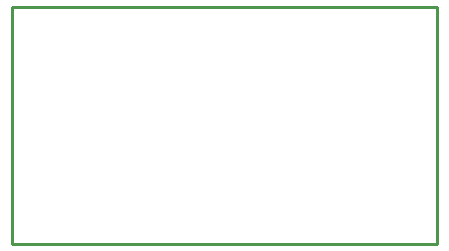
<source format=gko>
G04 Layer: BoardOutlineLayer*
G04 EasyEDA Pro v2.1.49.573a4102.674264, 2024-02-29 22:23:28*
G04 Gerber Generator version 0.3*
G04 Scale: 100 percent, Rotated: No, Reflected: No*
G04 Dimensions in millimeters*
G04 Leading zeros omitted, absolute positions, 3 integers and 5 decimals*
%FSLAX35Y35*%
%MOMM*%
%ADD10C,0.25001*%
G75*


G04 PolygonModel Start*
G54D10*
G01X-1599997Y-1000000D02*
G01X-1600000Y-1000000D01*
G01X-1599997D01*
G01X-1599997Y999095D02*
G01X-1599997Y-1000000D01*
G01X2000000D01*
G01Y1000000D01*
G01X-1599997Y999095D01*
G04 PolygonModel End*

M02*

</source>
